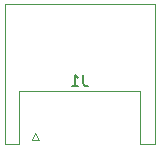
<source format=gbr>
G04 #@! TF.FileFunction,Legend,Bot*
%FSLAX46Y46*%
G04 Gerber Fmt 4.6, Leading zero omitted, Abs format (unit mm)*
G04 Created by KiCad (PCBNEW 4.0.6) date Tue Sep 25 18:00:22 2018*
%MOMM*%
%LPD*%
G01*
G04 APERTURE LIST*
%ADD10C,0.100000*%
%ADD11C,0.120000*%
%ADD12C,0.150000*%
G04 APERTURE END LIST*
D10*
D11*
X156467500Y-109141000D02*
X150117500Y-109141000D01*
X150117500Y-109141000D02*
X150117500Y-120941000D01*
X150117500Y-120941000D02*
X151317500Y-120941000D01*
X151317500Y-120941000D02*
X151317500Y-116441000D01*
X151317500Y-116441000D02*
X156467500Y-116441000D01*
X156467500Y-109141000D02*
X162817500Y-109141000D01*
X162817500Y-109141000D02*
X162817500Y-120941000D01*
X162817500Y-120941000D02*
X161617500Y-120941000D01*
X161617500Y-120941000D02*
X161617500Y-116441000D01*
X161617500Y-116441000D02*
X156467500Y-116441000D01*
X152717500Y-119991000D02*
X152417500Y-120591000D01*
X152417500Y-120591000D02*
X153017500Y-120591000D01*
X153017500Y-120591000D02*
X152717500Y-119991000D01*
D12*
X156797333Y-115085881D02*
X156797333Y-115800167D01*
X156844953Y-115943024D01*
X156940191Y-116038262D01*
X157083048Y-116085881D01*
X157178286Y-116085881D01*
X155797333Y-116085881D02*
X156368762Y-116085881D01*
X156083048Y-116085881D02*
X156083048Y-115085881D01*
X156178286Y-115228738D01*
X156273524Y-115323976D01*
X156368762Y-115371595D01*
M02*

</source>
